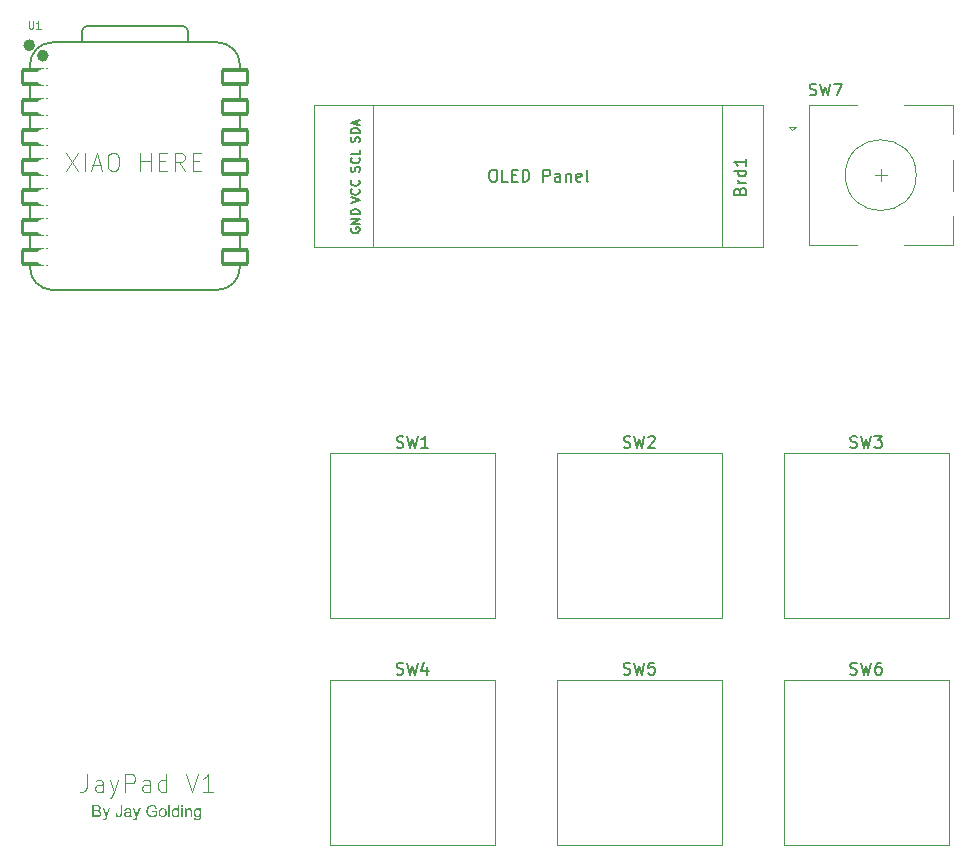
<source format=gto>
%TF.GenerationSoftware,KiCad,Pcbnew,9.0.6*%
%TF.CreationDate,2025-12-23T15:21:00+08:00*%
%TF.ProjectId,jays-hackpad,6a617973-2d68-4616-936b-7061642e6b69,rev?*%
%TF.SameCoordinates,Original*%
%TF.FileFunction,Legend,Top*%
%TF.FilePolarity,Positive*%
%FSLAX46Y46*%
G04 Gerber Fmt 4.6, Leading zero omitted, Abs format (unit mm)*
G04 Created by KiCad (PCBNEW 9.0.6) date 2025-12-23 15:21:00*
%MOMM*%
%LPD*%
G01*
G04 APERTURE LIST*
G04 Aperture macros list*
%AMRoundRect*
0 Rectangle with rounded corners*
0 $1 Rounding radius*
0 $2 $3 $4 $5 $6 $7 $8 $9 X,Y pos of 4 corners*
0 Add a 4 corners polygon primitive as box body*
4,1,4,$2,$3,$4,$5,$6,$7,$8,$9,$2,$3,0*
0 Add four circle primitives for the rounded corners*
1,1,$1+$1,$2,$3*
1,1,$1+$1,$4,$5*
1,1,$1+$1,$6,$7*
1,1,$1+$1,$8,$9*
0 Add four rect primitives between the rounded corners*
20,1,$1+$1,$2,$3,$4,$5,0*
20,1,$1+$1,$4,$5,$6,$7,0*
20,1,$1+$1,$6,$7,$8,$9,0*
20,1,$1+$1,$8,$9,$2,$3,0*%
G04 Aperture macros list end*
%ADD10C,0.100000*%
%ADD11C,0.150000*%
%ADD12C,0.101600*%
%ADD13C,0.120000*%
%ADD14C,0.040000*%
%ADD15C,0.127000*%
%ADD16C,0.504000*%
%ADD17R,2.000000X2.000000*%
%ADD18C,2.000000*%
%ADD19R,3.200000X2.000000*%
%ADD20C,1.700000*%
%ADD21C,4.000000*%
%ADD22C,2.200000*%
%ADD23R,1.700000X1.700000*%
%ADD24O,1.700000X1.700000*%
%ADD25RoundRect,0.152400X1.063600X0.609600X-1.063600X0.609600X-1.063600X-0.609600X1.063600X-0.609600X0*%
%ADD26C,1.524000*%
%ADD27RoundRect,0.152400X-1.063600X-0.609600X1.063600X-0.609600X1.063600X0.609600X-1.063600X0.609600X0*%
G04 APERTURE END LIST*
D10*
G36*
X85854559Y-125729578D02*
G01*
X85914953Y-125740171D01*
X85962203Y-125756081D01*
X86005344Y-125780173D01*
X86041295Y-125811210D01*
X86070830Y-125849748D01*
X86092945Y-125893231D01*
X86105869Y-125937084D01*
X86110153Y-125982006D01*
X86106302Y-126023905D01*
X86094789Y-126064034D01*
X86075287Y-126103028D01*
X86048903Y-126137599D01*
X86014276Y-126168085D01*
X85970141Y-126194619D01*
X86027592Y-126217446D01*
X86073564Y-126247866D01*
X86109848Y-126285905D01*
X86136770Y-126331047D01*
X86153076Y-126381387D01*
X86158696Y-126438312D01*
X86151183Y-126506836D01*
X86128960Y-126569715D01*
X86094793Y-126624769D01*
X86055565Y-126663443D01*
X86007804Y-126691648D01*
X85945900Y-126713208D01*
X85876161Y-126725415D01*
X85784333Y-126730000D01*
X85402459Y-126730000D01*
X85402459Y-126612763D01*
X85535022Y-126612763D01*
X85784333Y-126612763D01*
X85874520Y-126607939D01*
X85917711Y-126596445D01*
X85950968Y-126580340D01*
X85978550Y-126557095D01*
X86001526Y-126524103D01*
X86016233Y-126485071D01*
X86021371Y-126438862D01*
X86018040Y-126402026D01*
X86008420Y-126369537D01*
X85992672Y-126340554D01*
X85971208Y-126315600D01*
X85944918Y-126296138D01*
X85913049Y-126281875D01*
X85856507Y-126269858D01*
X85766564Y-126264961D01*
X85535022Y-126264961D01*
X85535022Y-126612763D01*
X85402459Y-126612763D01*
X85402459Y-126147725D01*
X85535022Y-126147725D01*
X85751543Y-126147725D01*
X85833476Y-126144191D01*
X85877939Y-126136062D01*
X85923196Y-126115300D01*
X85954082Y-126085809D01*
X85972990Y-126047343D01*
X85979727Y-125997759D01*
X85973579Y-125949927D01*
X85955792Y-125909344D01*
X85926930Y-125877259D01*
X85887526Y-125857015D01*
X85835200Y-125847229D01*
X85735179Y-125842909D01*
X85535022Y-125842909D01*
X85535022Y-126147725D01*
X85402459Y-126147725D01*
X85402459Y-125725673D01*
X85778166Y-125725673D01*
X85854559Y-125729578D01*
G37*
G36*
X86319774Y-127008375D02*
G01*
X86306097Y-126894924D01*
X86345360Y-126903355D01*
X86376439Y-126905854D01*
X86414961Y-126902072D01*
X86442018Y-126892116D01*
X86464320Y-126875793D01*
X86482379Y-126853831D01*
X86494794Y-126828291D01*
X86519931Y-126761995D01*
X86530861Y-126731892D01*
X86255539Y-126003133D01*
X86388101Y-126003133D01*
X86539043Y-126421154D01*
X86566647Y-126502032D01*
X86591617Y-126588400D01*
X86614757Y-126508188D01*
X86642175Y-126427322D01*
X86797269Y-126003133D01*
X86920245Y-126003133D01*
X86644251Y-126742761D01*
X86601075Y-126851803D01*
X86575252Y-126906343D01*
X86538604Y-126960378D01*
X86500087Y-126994881D01*
X86470717Y-127010290D01*
X86437335Y-127019783D01*
X86399031Y-127023091D01*
X86362787Y-127019657D01*
X86319774Y-127008375D01*
G37*
G36*
X87361653Y-126445457D02*
G01*
X87481210Y-126429092D01*
X87489548Y-126505223D01*
X87504665Y-126555059D01*
X87524197Y-126586079D01*
X87552246Y-126609151D01*
X87586901Y-126623345D01*
X87630137Y-126628394D01*
X87677413Y-126622433D01*
X87716172Y-126605436D01*
X87746840Y-126578270D01*
X87766058Y-126543154D01*
X87775641Y-126497861D01*
X87779736Y-126417430D01*
X87779736Y-125725673D01*
X87912238Y-125725673D01*
X87912238Y-126409064D01*
X87908208Y-126493176D01*
X87897498Y-126556803D01*
X87881830Y-126604031D01*
X87857487Y-126646596D01*
X87825616Y-126681429D01*
X87785476Y-126709361D01*
X87740247Y-126729101D01*
X87689075Y-126741355D01*
X87630809Y-126745631D01*
X87565318Y-126740334D01*
X87511161Y-126725500D01*
X87466226Y-126702076D01*
X87428942Y-126670099D01*
X87400130Y-126630663D01*
X87378791Y-126581591D01*
X87365497Y-126520748D01*
X87361653Y-126445457D01*
G37*
G36*
X88508017Y-125993549D02*
G01*
X88570778Y-126009300D01*
X88623198Y-126035239D01*
X88656140Y-126064132D01*
X88678942Y-126100549D01*
X88694426Y-126147602D01*
X88698677Y-126185214D01*
X88700593Y-126260687D01*
X88700593Y-126424269D01*
X88703195Y-126580116D01*
X88708408Y-126641523D01*
X88720061Y-126686562D01*
X88739488Y-126730000D01*
X88611078Y-126730000D01*
X88595663Y-126689389D01*
X88586470Y-126640118D01*
X88517065Y-126690971D01*
X88455006Y-126721817D01*
X88390079Y-126739576D01*
X88319391Y-126745631D01*
X88259308Y-126741442D01*
X88209827Y-126729785D01*
X88169085Y-126711608D01*
X88135598Y-126687257D01*
X88107472Y-126655945D01*
X88087659Y-126621161D01*
X88075595Y-126582186D01*
X88071423Y-126537964D01*
X88071862Y-126534300D01*
X88202581Y-126534300D01*
X88206751Y-126565111D01*
X88218958Y-126591819D01*
X88239767Y-126615511D01*
X88266481Y-126632639D01*
X88301951Y-126643806D01*
X88348761Y-126647934D01*
X88395321Y-126644333D01*
X88437185Y-126633894D01*
X88475157Y-126616854D01*
X88509218Y-126593288D01*
X88536054Y-126565293D01*
X88556428Y-126532468D01*
X88570493Y-126486088D01*
X88576212Y-126411079D01*
X88576212Y-126366566D01*
X88500519Y-126389722D01*
X88375383Y-126412545D01*
X88305310Y-126425284D01*
X88268100Y-126436908D01*
X88240003Y-126453810D01*
X88219617Y-126476475D01*
X88206865Y-126503855D01*
X88202581Y-126534300D01*
X88071862Y-126534300D01*
X88077570Y-126486678D01*
X88095664Y-126440694D01*
X88123890Y-126400719D01*
X88159167Y-126369986D01*
X88200568Y-126346742D01*
X88247644Y-126329685D01*
X88356943Y-126311245D01*
X88495725Y-126289888D01*
X88576212Y-126268869D01*
X88576945Y-126236751D01*
X88572314Y-126187858D01*
X88560197Y-126153884D01*
X88542079Y-126130811D01*
X88508181Y-126108832D01*
X88462678Y-126094446D01*
X88402067Y-126089106D01*
X88344653Y-126093145D01*
X88303230Y-126103742D01*
X88273961Y-126119270D01*
X88250450Y-126142333D01*
X88229903Y-126176754D01*
X88212840Y-126225882D01*
X88092611Y-126210251D01*
X88106654Y-126160109D01*
X88124783Y-126119138D01*
X88146589Y-126085931D01*
X88174219Y-126057735D01*
X88209918Y-126033414D01*
X88255155Y-126013086D01*
X88329615Y-125994252D01*
X88419836Y-125987501D01*
X88508017Y-125993549D01*
G37*
G36*
X88885301Y-127008375D02*
G01*
X88871624Y-126894924D01*
X88910887Y-126903355D01*
X88941966Y-126905854D01*
X88980488Y-126902072D01*
X89007545Y-126892116D01*
X89029847Y-126875793D01*
X89047906Y-126853831D01*
X89060321Y-126828291D01*
X89085458Y-126761995D01*
X89096388Y-126731892D01*
X88821065Y-126003133D01*
X88953628Y-126003133D01*
X89104570Y-126421154D01*
X89132174Y-126502032D01*
X89157144Y-126588400D01*
X89180284Y-126508188D01*
X89207702Y-126427322D01*
X89362796Y-126003133D01*
X89485772Y-126003133D01*
X89209778Y-126742761D01*
X89166601Y-126851803D01*
X89140779Y-126906343D01*
X89104131Y-126960378D01*
X89065614Y-126994881D01*
X89036244Y-127010290D01*
X89002862Y-127019783D01*
X88964558Y-127023091D01*
X88928314Y-127019657D01*
X88885301Y-127008375D01*
G37*
G36*
X90463415Y-126335303D02*
G01*
X90463415Y-126218066D01*
X90887665Y-126218066D01*
X90887665Y-126589316D01*
X90820499Y-126637807D01*
X90753407Y-126676608D01*
X90686104Y-126706430D01*
X90616039Y-126728271D01*
X90545166Y-126741286D01*
X90473002Y-126745631D01*
X90376196Y-126738392D01*
X90287260Y-126717230D01*
X90204823Y-126682433D01*
X90147818Y-126647002D01*
X90098907Y-126605017D01*
X90057365Y-126556148D01*
X90022801Y-126499740D01*
X89989005Y-126418059D01*
X89968384Y-126329473D01*
X89961313Y-126232599D01*
X89968214Y-126136560D01*
X89988599Y-126045957D01*
X90022435Y-125959719D01*
X90057146Y-125899304D01*
X90097865Y-125848404D01*
X90144761Y-125806020D01*
X90198351Y-125771530D01*
X90277001Y-125737939D01*
X90364561Y-125717222D01*
X90462744Y-125710041D01*
X90534475Y-125714176D01*
X90599647Y-125726147D01*
X90659115Y-125745518D01*
X90714900Y-125773110D01*
X90760342Y-125806041D01*
X90796807Y-125844314D01*
X90826180Y-125888599D01*
X90851612Y-125943078D01*
X90872644Y-126009483D01*
X90753087Y-126042273D01*
X90726431Y-125971425D01*
X90697034Y-125922777D01*
X90672465Y-125896610D01*
X90640974Y-125873451D01*
X90601413Y-125853351D01*
X90536835Y-125833987D01*
X90463415Y-125827278D01*
X90403287Y-125830605D01*
X90351297Y-125840022D01*
X90306306Y-125854877D01*
X90245330Y-125887593D01*
X90199389Y-125927479D01*
X90163159Y-125974918D01*
X90136252Y-126026336D01*
X90115173Y-126089179D01*
X90102340Y-126155994D01*
X90097967Y-126227470D01*
X90103614Y-126315681D01*
X90119400Y-126389447D01*
X90144068Y-126451135D01*
X90179806Y-126506404D01*
X90224254Y-126550580D01*
X90278279Y-126584797D01*
X90338315Y-126609033D01*
X90400481Y-126623521D01*
X90465491Y-126628394D01*
X90522210Y-126624701D01*
X90578057Y-126613611D01*
X90633469Y-126594933D01*
X90709189Y-126558255D01*
X90757850Y-126523553D01*
X90757850Y-126335303D01*
X90463415Y-126335303D01*
G37*
G36*
X91435139Y-125993973D02*
G01*
X91499256Y-126012590D01*
X91555935Y-126042909D01*
X91606411Y-126085504D01*
X91646647Y-126137062D01*
X91676138Y-126198052D01*
X91694750Y-126270327D01*
X91701360Y-126356308D01*
X91695927Y-126449290D01*
X91681279Y-126521368D01*
X91659351Y-126576615D01*
X91627056Y-126626165D01*
X91586557Y-126667467D01*
X91537046Y-126701240D01*
X91482115Y-126725834D01*
X91424008Y-126740619D01*
X91361863Y-126745631D01*
X91287075Y-126739120D01*
X91222249Y-126720471D01*
X91165536Y-126690253D01*
X91115605Y-126647995D01*
X91076297Y-126596741D01*
X91047088Y-126534385D01*
X91028402Y-126458636D01*
X91021693Y-126366566D01*
X91021716Y-126366200D01*
X91148028Y-126366200D01*
X91152545Y-126436915D01*
X91164940Y-126493634D01*
X91183919Y-126538897D01*
X91208845Y-126574783D01*
X91241604Y-126605371D01*
X91277503Y-126626713D01*
X91317238Y-126639598D01*
X91361863Y-126644026D01*
X91406110Y-126639592D01*
X91445616Y-126626668D01*
X91481421Y-126605221D01*
X91514209Y-126574417D01*
X91539029Y-126538417D01*
X91558017Y-126492597D01*
X91570472Y-126434731D01*
X91575026Y-126362109D01*
X91570546Y-126294117D01*
X91558178Y-126238955D01*
X91539100Y-126194338D01*
X91513843Y-126158410D01*
X91480920Y-126127709D01*
X91445119Y-126106356D01*
X91405771Y-126093508D01*
X91361863Y-126089106D01*
X91317220Y-126093518D01*
X91277478Y-126106354D01*
X91241585Y-126127605D01*
X91208845Y-126158044D01*
X91183930Y-126193756D01*
X91164952Y-126238878D01*
X91152550Y-126295504D01*
X91148028Y-126366200D01*
X91021716Y-126366200D01*
X91026922Y-126284388D01*
X91041571Y-126215370D01*
X91064503Y-126157404D01*
X91095189Y-126108746D01*
X91133740Y-126068101D01*
X91182638Y-126033095D01*
X91236294Y-126008096D01*
X91295633Y-125992786D01*
X91361863Y-125987501D01*
X91435139Y-125993973D01*
G37*
G36*
X91842411Y-126730000D02*
G01*
X91842411Y-125725673D01*
X91965326Y-125725673D01*
X91965326Y-126730000D01*
X91842411Y-126730000D01*
G37*
G36*
X92740553Y-126730000D02*
G01*
X92626491Y-126730000D01*
X92626491Y-126637187D01*
X92587588Y-126684962D01*
X92541830Y-126718217D01*
X92487930Y-126738515D01*
X92423586Y-126745631D01*
X92367160Y-126740293D01*
X92314300Y-126724460D01*
X92264035Y-126697821D01*
X92219643Y-126662176D01*
X92182180Y-126618027D01*
X92151317Y-126564281D01*
X92129583Y-126505874D01*
X92116080Y-126440581D01*
X92111383Y-126367238D01*
X92111401Y-126366933D01*
X92237779Y-126366933D01*
X92242167Y-126437786D01*
X92254186Y-126494458D01*
X92272532Y-126539520D01*
X92296519Y-126575088D01*
X92339306Y-126614268D01*
X92384975Y-126636591D01*
X92435188Y-126644026D01*
X92485956Y-126636794D01*
X92531035Y-126615344D01*
X92572147Y-126578203D01*
X92595099Y-126544214D01*
X92612704Y-126500866D01*
X92624272Y-126446029D01*
X92628506Y-126377130D01*
X92624106Y-126300796D01*
X92612176Y-126240918D01*
X92594219Y-126194417D01*
X92571109Y-126158715D01*
X92539931Y-126127579D01*
X92506442Y-126106185D01*
X92470038Y-126093444D01*
X92429754Y-126089106D01*
X92390376Y-126093303D01*
X92354993Y-126105595D01*
X92322645Y-126126171D01*
X92292733Y-126156029D01*
X92270647Y-126190298D01*
X92253451Y-126235099D01*
X92242006Y-126292968D01*
X92237779Y-126366933D01*
X92111401Y-126366933D01*
X92115589Y-126295577D01*
X92127793Y-126230194D01*
X92147592Y-126170256D01*
X92176407Y-126114859D01*
X92212507Y-126070112D01*
X92256219Y-126034640D01*
X92306250Y-126008509D01*
X92359859Y-125992831D01*
X92418091Y-125987501D01*
X92480948Y-125994607D01*
X92534900Y-126015101D01*
X92581663Y-126047152D01*
X92618248Y-126087030D01*
X92618248Y-125725673D01*
X92740553Y-125725673D01*
X92740553Y-126730000D01*
G37*
G36*
X92934176Y-125862449D02*
G01*
X92934176Y-125725673D01*
X93057091Y-125725673D01*
X93057091Y-125862449D01*
X92934176Y-125862449D01*
G37*
G36*
X92934176Y-126730000D02*
G01*
X92934176Y-126003133D01*
X93057091Y-126003133D01*
X93057091Y-126730000D01*
X92934176Y-126730000D01*
G37*
G36*
X93244120Y-126730000D02*
G01*
X93244120Y-126003133D01*
X93354823Y-126003133D01*
X93354823Y-126106264D01*
X93389955Y-126063187D01*
X93429818Y-126030461D01*
X93474976Y-126007022D01*
X93526463Y-125992551D01*
X93585694Y-125987501D01*
X93649295Y-125993543D01*
X93706228Y-126011132D01*
X93755573Y-126039335D01*
X93788538Y-126072986D01*
X93811470Y-126114110D01*
X93826823Y-126163906D01*
X93831556Y-126204494D01*
X93833661Y-126283524D01*
X93833661Y-126730000D01*
X93710685Y-126730000D01*
X93710685Y-126287554D01*
X93706473Y-126217076D01*
X93696336Y-126174897D01*
X93676644Y-126141565D01*
X93645411Y-126115301D01*
X93606480Y-126098781D01*
X93559743Y-126093014D01*
X93509235Y-126098691D01*
X93464491Y-126115267D01*
X93424127Y-126143023D01*
X93401613Y-126169652D01*
X93383831Y-126207702D01*
X93371696Y-126260619D01*
X93367096Y-126332739D01*
X93367096Y-126730000D01*
X93244120Y-126730000D01*
G37*
G36*
X94350549Y-125994148D02*
G01*
X94405429Y-126013559D01*
X94455153Y-126045982D01*
X94500689Y-126093014D01*
X94500689Y-126003133D01*
X94614078Y-126003133D01*
X94614078Y-126630287D01*
X94609127Y-126744468D01*
X94596643Y-126821250D01*
X94579579Y-126870378D01*
X94552420Y-126913808D01*
X94516360Y-126950865D01*
X94470280Y-126982058D01*
X94418856Y-127004124D01*
X94358109Y-127018117D01*
X94286182Y-127023091D01*
X94221025Y-127018938D01*
X94165272Y-127007206D01*
X94117477Y-126988676D01*
X94076439Y-126963679D01*
X94042292Y-126931025D01*
X94018144Y-126891430D01*
X94003526Y-126843407D01*
X93999258Y-126784710D01*
X94118815Y-126800341D01*
X94127442Y-126837661D01*
X94141475Y-126865327D01*
X94160458Y-126885460D01*
X94192858Y-126904682D01*
X94233792Y-126917009D01*
X94285511Y-126921486D01*
X94341631Y-126917200D01*
X94384637Y-126905617D01*
X94417341Y-126888025D01*
X94444733Y-126863073D01*
X94465614Y-126832243D01*
X94480233Y-126794480D01*
X94486551Y-126747765D01*
X94489087Y-126640118D01*
X94445769Y-126679843D01*
X94398526Y-126707553D01*
X94346466Y-126724265D01*
X94288258Y-126730000D01*
X94215462Y-126722794D01*
X94153994Y-126702281D01*
X94101534Y-126669002D01*
X94056594Y-126621983D01*
X94021172Y-126566106D01*
X93995702Y-126504963D01*
X93980052Y-126437603D01*
X93974651Y-126362841D01*
X93975207Y-126353988D01*
X94101046Y-126353988D01*
X94105394Y-126427283D01*
X94117168Y-126484550D01*
X94134884Y-126528842D01*
X94157711Y-126562693D01*
X94199145Y-126599481D01*
X94245868Y-126621035D01*
X94299799Y-126628394D01*
X94353375Y-126621100D01*
X94400120Y-126599681D01*
X94441887Y-126563060D01*
X94465137Y-126529271D01*
X94483068Y-126485505D01*
X94494923Y-126429397D01*
X94499284Y-126358079D01*
X94494924Y-126290422D01*
X94482922Y-126235826D01*
X94464480Y-126191951D01*
X94440177Y-126156884D01*
X94397215Y-126118629D01*
X94350334Y-126096543D01*
X94297784Y-126089106D01*
X94246113Y-126096442D01*
X94200228Y-126118197D01*
X94158382Y-126155846D01*
X94134836Y-126190346D01*
X94116941Y-126233543D01*
X94105283Y-126287323D01*
X94101046Y-126353988D01*
X93975207Y-126353988D01*
X93978951Y-126294347D01*
X93991546Y-126230675D01*
X94012203Y-126171111D01*
X94041706Y-126115951D01*
X94077948Y-126071135D01*
X94121196Y-126035373D01*
X94170716Y-126009116D01*
X94226164Y-125993060D01*
X94288930Y-125987501D01*
X94350549Y-125994148D01*
G37*
X83180074Y-70511228D02*
X84180074Y-72011228D01*
X84180074Y-70511228D02*
X83180074Y-72011228D01*
X84751502Y-72011228D02*
X84751502Y-70511228D01*
X85394360Y-71582657D02*
X86108646Y-71582657D01*
X85251503Y-72011228D02*
X85751503Y-70511228D01*
X85751503Y-70511228D02*
X86251503Y-72011228D01*
X87037217Y-70511228D02*
X87322931Y-70511228D01*
X87322931Y-70511228D02*
X87465788Y-70582657D01*
X87465788Y-70582657D02*
X87608645Y-70725514D01*
X87608645Y-70725514D02*
X87680074Y-71011228D01*
X87680074Y-71011228D02*
X87680074Y-71511228D01*
X87680074Y-71511228D02*
X87608645Y-71796942D01*
X87608645Y-71796942D02*
X87465788Y-71939800D01*
X87465788Y-71939800D02*
X87322931Y-72011228D01*
X87322931Y-72011228D02*
X87037217Y-72011228D01*
X87037217Y-72011228D02*
X86894360Y-71939800D01*
X86894360Y-71939800D02*
X86751502Y-71796942D01*
X86751502Y-71796942D02*
X86680074Y-71511228D01*
X86680074Y-71511228D02*
X86680074Y-71011228D01*
X86680074Y-71011228D02*
X86751502Y-70725514D01*
X86751502Y-70725514D02*
X86894360Y-70582657D01*
X86894360Y-70582657D02*
X87037217Y-70511228D01*
X89465788Y-72011228D02*
X89465788Y-70511228D01*
X89465788Y-71225514D02*
X90322931Y-71225514D01*
X90322931Y-72011228D02*
X90322931Y-70511228D01*
X91037217Y-71225514D02*
X91537217Y-71225514D01*
X91751503Y-72011228D02*
X91037217Y-72011228D01*
X91037217Y-72011228D02*
X91037217Y-70511228D01*
X91037217Y-70511228D02*
X91751503Y-70511228D01*
X93251503Y-72011228D02*
X92751503Y-71296942D01*
X92394360Y-72011228D02*
X92394360Y-70511228D01*
X92394360Y-70511228D02*
X92965789Y-70511228D01*
X92965789Y-70511228D02*
X93108646Y-70582657D01*
X93108646Y-70582657D02*
X93180075Y-70654085D01*
X93180075Y-70654085D02*
X93251503Y-70796942D01*
X93251503Y-70796942D02*
X93251503Y-71011228D01*
X93251503Y-71011228D02*
X93180075Y-71154085D01*
X93180075Y-71154085D02*
X93108646Y-71225514D01*
X93108646Y-71225514D02*
X92965789Y-71296942D01*
X92965789Y-71296942D02*
X92394360Y-71296942D01*
X93894360Y-71225514D02*
X94394360Y-71225514D01*
X94608646Y-72011228D02*
X93894360Y-72011228D01*
X93894360Y-72011228D02*
X93894360Y-70511228D01*
X93894360Y-70511228D02*
X94608646Y-70511228D01*
X84951503Y-123111228D02*
X84951503Y-124182657D01*
X84951503Y-124182657D02*
X84880074Y-124396942D01*
X84880074Y-124396942D02*
X84737217Y-124539800D01*
X84737217Y-124539800D02*
X84522931Y-124611228D01*
X84522931Y-124611228D02*
X84380074Y-124611228D01*
X86308646Y-124611228D02*
X86308646Y-123825514D01*
X86308646Y-123825514D02*
X86237217Y-123682657D01*
X86237217Y-123682657D02*
X86094360Y-123611228D01*
X86094360Y-123611228D02*
X85808646Y-123611228D01*
X85808646Y-123611228D02*
X85665788Y-123682657D01*
X86308646Y-124539800D02*
X86165788Y-124611228D01*
X86165788Y-124611228D02*
X85808646Y-124611228D01*
X85808646Y-124611228D02*
X85665788Y-124539800D01*
X85665788Y-124539800D02*
X85594360Y-124396942D01*
X85594360Y-124396942D02*
X85594360Y-124254085D01*
X85594360Y-124254085D02*
X85665788Y-124111228D01*
X85665788Y-124111228D02*
X85808646Y-124039800D01*
X85808646Y-124039800D02*
X86165788Y-124039800D01*
X86165788Y-124039800D02*
X86308646Y-123968371D01*
X86880074Y-123611228D02*
X87237217Y-124611228D01*
X87594360Y-123611228D02*
X87237217Y-124611228D01*
X87237217Y-124611228D02*
X87094360Y-124968371D01*
X87094360Y-124968371D02*
X87022931Y-125039800D01*
X87022931Y-125039800D02*
X86880074Y-125111228D01*
X88165788Y-124611228D02*
X88165788Y-123111228D01*
X88165788Y-123111228D02*
X88737217Y-123111228D01*
X88737217Y-123111228D02*
X88880074Y-123182657D01*
X88880074Y-123182657D02*
X88951503Y-123254085D01*
X88951503Y-123254085D02*
X89022931Y-123396942D01*
X89022931Y-123396942D02*
X89022931Y-123611228D01*
X89022931Y-123611228D02*
X88951503Y-123754085D01*
X88951503Y-123754085D02*
X88880074Y-123825514D01*
X88880074Y-123825514D02*
X88737217Y-123896942D01*
X88737217Y-123896942D02*
X88165788Y-123896942D01*
X90308646Y-124611228D02*
X90308646Y-123825514D01*
X90308646Y-123825514D02*
X90237217Y-123682657D01*
X90237217Y-123682657D02*
X90094360Y-123611228D01*
X90094360Y-123611228D02*
X89808646Y-123611228D01*
X89808646Y-123611228D02*
X89665788Y-123682657D01*
X90308646Y-124539800D02*
X90165788Y-124611228D01*
X90165788Y-124611228D02*
X89808646Y-124611228D01*
X89808646Y-124611228D02*
X89665788Y-124539800D01*
X89665788Y-124539800D02*
X89594360Y-124396942D01*
X89594360Y-124396942D02*
X89594360Y-124254085D01*
X89594360Y-124254085D02*
X89665788Y-124111228D01*
X89665788Y-124111228D02*
X89808646Y-124039800D01*
X89808646Y-124039800D02*
X90165788Y-124039800D01*
X90165788Y-124039800D02*
X90308646Y-123968371D01*
X91665789Y-124611228D02*
X91665789Y-123111228D01*
X91665789Y-124539800D02*
X91522931Y-124611228D01*
X91522931Y-124611228D02*
X91237217Y-124611228D01*
X91237217Y-124611228D02*
X91094360Y-124539800D01*
X91094360Y-124539800D02*
X91022931Y-124468371D01*
X91022931Y-124468371D02*
X90951503Y-124325514D01*
X90951503Y-124325514D02*
X90951503Y-123896942D01*
X90951503Y-123896942D02*
X91022931Y-123754085D01*
X91022931Y-123754085D02*
X91094360Y-123682657D01*
X91094360Y-123682657D02*
X91237217Y-123611228D01*
X91237217Y-123611228D02*
X91522931Y-123611228D01*
X91522931Y-123611228D02*
X91665789Y-123682657D01*
X93308646Y-123111228D02*
X93808646Y-124611228D01*
X93808646Y-124611228D02*
X94308646Y-123111228D01*
X95594360Y-124611228D02*
X94737217Y-124611228D01*
X95165788Y-124611228D02*
X95165788Y-123111228D01*
X95165788Y-123111228D02*
X95022931Y-123325514D01*
X95022931Y-123325514D02*
X94880074Y-123468371D01*
X94880074Y-123468371D02*
X94737217Y-123539800D01*
D11*
X146116667Y-65607200D02*
X146259524Y-65654819D01*
X146259524Y-65654819D02*
X146497619Y-65654819D01*
X146497619Y-65654819D02*
X146592857Y-65607200D01*
X146592857Y-65607200D02*
X146640476Y-65559580D01*
X146640476Y-65559580D02*
X146688095Y-65464342D01*
X146688095Y-65464342D02*
X146688095Y-65369104D01*
X146688095Y-65369104D02*
X146640476Y-65273866D01*
X146640476Y-65273866D02*
X146592857Y-65226247D01*
X146592857Y-65226247D02*
X146497619Y-65178628D01*
X146497619Y-65178628D02*
X146307143Y-65131009D01*
X146307143Y-65131009D02*
X146211905Y-65083390D01*
X146211905Y-65083390D02*
X146164286Y-65035771D01*
X146164286Y-65035771D02*
X146116667Y-64940533D01*
X146116667Y-64940533D02*
X146116667Y-64845295D01*
X146116667Y-64845295D02*
X146164286Y-64750057D01*
X146164286Y-64750057D02*
X146211905Y-64702438D01*
X146211905Y-64702438D02*
X146307143Y-64654819D01*
X146307143Y-64654819D02*
X146545238Y-64654819D01*
X146545238Y-64654819D02*
X146688095Y-64702438D01*
X147021429Y-64654819D02*
X147259524Y-65654819D01*
X147259524Y-65654819D02*
X147450000Y-64940533D01*
X147450000Y-64940533D02*
X147640476Y-65654819D01*
X147640476Y-65654819D02*
X147878572Y-64654819D01*
X148164286Y-64654819D02*
X148830952Y-64654819D01*
X148830952Y-64654819D02*
X148402381Y-65654819D01*
X130366667Y-114633200D02*
X130509524Y-114680819D01*
X130509524Y-114680819D02*
X130747619Y-114680819D01*
X130747619Y-114680819D02*
X130842857Y-114633200D01*
X130842857Y-114633200D02*
X130890476Y-114585580D01*
X130890476Y-114585580D02*
X130938095Y-114490342D01*
X130938095Y-114490342D02*
X130938095Y-114395104D01*
X130938095Y-114395104D02*
X130890476Y-114299866D01*
X130890476Y-114299866D02*
X130842857Y-114252247D01*
X130842857Y-114252247D02*
X130747619Y-114204628D01*
X130747619Y-114204628D02*
X130557143Y-114157009D01*
X130557143Y-114157009D02*
X130461905Y-114109390D01*
X130461905Y-114109390D02*
X130414286Y-114061771D01*
X130414286Y-114061771D02*
X130366667Y-113966533D01*
X130366667Y-113966533D02*
X130366667Y-113871295D01*
X130366667Y-113871295D02*
X130414286Y-113776057D01*
X130414286Y-113776057D02*
X130461905Y-113728438D01*
X130461905Y-113728438D02*
X130557143Y-113680819D01*
X130557143Y-113680819D02*
X130795238Y-113680819D01*
X130795238Y-113680819D02*
X130938095Y-113728438D01*
X131271429Y-113680819D02*
X131509524Y-114680819D01*
X131509524Y-114680819D02*
X131700000Y-113966533D01*
X131700000Y-113966533D02*
X131890476Y-114680819D01*
X131890476Y-114680819D02*
X132128572Y-113680819D01*
X132985714Y-113680819D02*
X132509524Y-113680819D01*
X132509524Y-113680819D02*
X132461905Y-114157009D01*
X132461905Y-114157009D02*
X132509524Y-114109390D01*
X132509524Y-114109390D02*
X132604762Y-114061771D01*
X132604762Y-114061771D02*
X132842857Y-114061771D01*
X132842857Y-114061771D02*
X132938095Y-114109390D01*
X132938095Y-114109390D02*
X132985714Y-114157009D01*
X132985714Y-114157009D02*
X133033333Y-114252247D01*
X133033333Y-114252247D02*
X133033333Y-114490342D01*
X133033333Y-114490342D02*
X132985714Y-114585580D01*
X132985714Y-114585580D02*
X132938095Y-114633200D01*
X132938095Y-114633200D02*
X132842857Y-114680819D01*
X132842857Y-114680819D02*
X132604762Y-114680819D01*
X132604762Y-114680819D02*
X132509524Y-114633200D01*
X132509524Y-114633200D02*
X132461905Y-114585580D01*
X140216009Y-73741666D02*
X140263628Y-73598809D01*
X140263628Y-73598809D02*
X140311247Y-73551190D01*
X140311247Y-73551190D02*
X140406485Y-73503571D01*
X140406485Y-73503571D02*
X140549342Y-73503571D01*
X140549342Y-73503571D02*
X140644580Y-73551190D01*
X140644580Y-73551190D02*
X140692200Y-73598809D01*
X140692200Y-73598809D02*
X140739819Y-73694047D01*
X140739819Y-73694047D02*
X140739819Y-74074999D01*
X140739819Y-74074999D02*
X139739819Y-74074999D01*
X139739819Y-74074999D02*
X139739819Y-73741666D01*
X139739819Y-73741666D02*
X139787438Y-73646428D01*
X139787438Y-73646428D02*
X139835057Y-73598809D01*
X139835057Y-73598809D02*
X139930295Y-73551190D01*
X139930295Y-73551190D02*
X140025533Y-73551190D01*
X140025533Y-73551190D02*
X140120771Y-73598809D01*
X140120771Y-73598809D02*
X140168390Y-73646428D01*
X140168390Y-73646428D02*
X140216009Y-73741666D01*
X140216009Y-73741666D02*
X140216009Y-74074999D01*
X140739819Y-73074999D02*
X140073152Y-73074999D01*
X140263628Y-73074999D02*
X140168390Y-73027380D01*
X140168390Y-73027380D02*
X140120771Y-72979761D01*
X140120771Y-72979761D02*
X140073152Y-72884523D01*
X140073152Y-72884523D02*
X140073152Y-72789285D01*
X140739819Y-72027380D02*
X139739819Y-72027380D01*
X140692200Y-72027380D02*
X140739819Y-72122618D01*
X140739819Y-72122618D02*
X140739819Y-72313094D01*
X140739819Y-72313094D02*
X140692200Y-72408332D01*
X140692200Y-72408332D02*
X140644580Y-72455951D01*
X140644580Y-72455951D02*
X140549342Y-72503570D01*
X140549342Y-72503570D02*
X140263628Y-72503570D01*
X140263628Y-72503570D02*
X140168390Y-72455951D01*
X140168390Y-72455951D02*
X140120771Y-72408332D01*
X140120771Y-72408332D02*
X140073152Y-72313094D01*
X140073152Y-72313094D02*
X140073152Y-72122618D01*
X140073152Y-72122618D02*
X140120771Y-72027380D01*
X140739819Y-71027380D02*
X140739819Y-71598808D01*
X140739819Y-71313094D02*
X139739819Y-71313094D01*
X139739819Y-71313094D02*
X139882676Y-71408332D01*
X139882676Y-71408332D02*
X139977914Y-71503570D01*
X139977914Y-71503570D02*
X140025533Y-71598808D01*
X107988450Y-69585713D02*
X108024164Y-69478571D01*
X108024164Y-69478571D02*
X108024164Y-69299999D01*
X108024164Y-69299999D02*
X107988450Y-69228571D01*
X107988450Y-69228571D02*
X107952735Y-69192856D01*
X107952735Y-69192856D02*
X107881307Y-69157142D01*
X107881307Y-69157142D02*
X107809878Y-69157142D01*
X107809878Y-69157142D02*
X107738450Y-69192856D01*
X107738450Y-69192856D02*
X107702735Y-69228571D01*
X107702735Y-69228571D02*
X107667021Y-69299999D01*
X107667021Y-69299999D02*
X107631307Y-69442856D01*
X107631307Y-69442856D02*
X107595592Y-69514285D01*
X107595592Y-69514285D02*
X107559878Y-69549999D01*
X107559878Y-69549999D02*
X107488450Y-69585713D01*
X107488450Y-69585713D02*
X107417021Y-69585713D01*
X107417021Y-69585713D02*
X107345592Y-69549999D01*
X107345592Y-69549999D02*
X107309878Y-69514285D01*
X107309878Y-69514285D02*
X107274164Y-69442856D01*
X107274164Y-69442856D02*
X107274164Y-69264285D01*
X107274164Y-69264285D02*
X107309878Y-69157142D01*
X108024164Y-68835713D02*
X107274164Y-68835713D01*
X107274164Y-68835713D02*
X107274164Y-68657142D01*
X107274164Y-68657142D02*
X107309878Y-68549999D01*
X107309878Y-68549999D02*
X107381307Y-68478570D01*
X107381307Y-68478570D02*
X107452735Y-68442856D01*
X107452735Y-68442856D02*
X107595592Y-68407142D01*
X107595592Y-68407142D02*
X107702735Y-68407142D01*
X107702735Y-68407142D02*
X107845592Y-68442856D01*
X107845592Y-68442856D02*
X107917021Y-68478570D01*
X107917021Y-68478570D02*
X107988450Y-68549999D01*
X107988450Y-68549999D02*
X108024164Y-68657142D01*
X108024164Y-68657142D02*
X108024164Y-68835713D01*
X107809878Y-68121427D02*
X107809878Y-67764285D01*
X108024164Y-68192856D02*
X107274164Y-67942856D01*
X107274164Y-67942856D02*
X108024164Y-67692856D01*
X119256428Y-71939819D02*
X119446904Y-71939819D01*
X119446904Y-71939819D02*
X119542142Y-71987438D01*
X119542142Y-71987438D02*
X119637380Y-72082676D01*
X119637380Y-72082676D02*
X119684999Y-72273152D01*
X119684999Y-72273152D02*
X119684999Y-72606485D01*
X119684999Y-72606485D02*
X119637380Y-72796961D01*
X119637380Y-72796961D02*
X119542142Y-72892200D01*
X119542142Y-72892200D02*
X119446904Y-72939819D01*
X119446904Y-72939819D02*
X119256428Y-72939819D01*
X119256428Y-72939819D02*
X119161190Y-72892200D01*
X119161190Y-72892200D02*
X119065952Y-72796961D01*
X119065952Y-72796961D02*
X119018333Y-72606485D01*
X119018333Y-72606485D02*
X119018333Y-72273152D01*
X119018333Y-72273152D02*
X119065952Y-72082676D01*
X119065952Y-72082676D02*
X119161190Y-71987438D01*
X119161190Y-71987438D02*
X119256428Y-71939819D01*
X120589761Y-72939819D02*
X120113571Y-72939819D01*
X120113571Y-72939819D02*
X120113571Y-71939819D01*
X120923095Y-72416009D02*
X121256428Y-72416009D01*
X121399285Y-72939819D02*
X120923095Y-72939819D01*
X120923095Y-72939819D02*
X120923095Y-71939819D01*
X120923095Y-71939819D02*
X121399285Y-71939819D01*
X121827857Y-72939819D02*
X121827857Y-71939819D01*
X121827857Y-71939819D02*
X122065952Y-71939819D01*
X122065952Y-71939819D02*
X122208809Y-71987438D01*
X122208809Y-71987438D02*
X122304047Y-72082676D01*
X122304047Y-72082676D02*
X122351666Y-72177914D01*
X122351666Y-72177914D02*
X122399285Y-72368390D01*
X122399285Y-72368390D02*
X122399285Y-72511247D01*
X122399285Y-72511247D02*
X122351666Y-72701723D01*
X122351666Y-72701723D02*
X122304047Y-72796961D01*
X122304047Y-72796961D02*
X122208809Y-72892200D01*
X122208809Y-72892200D02*
X122065952Y-72939819D01*
X122065952Y-72939819D02*
X121827857Y-72939819D01*
X123589762Y-72939819D02*
X123589762Y-71939819D01*
X123589762Y-71939819D02*
X123970714Y-71939819D01*
X123970714Y-71939819D02*
X124065952Y-71987438D01*
X124065952Y-71987438D02*
X124113571Y-72035057D01*
X124113571Y-72035057D02*
X124161190Y-72130295D01*
X124161190Y-72130295D02*
X124161190Y-72273152D01*
X124161190Y-72273152D02*
X124113571Y-72368390D01*
X124113571Y-72368390D02*
X124065952Y-72416009D01*
X124065952Y-72416009D02*
X123970714Y-72463628D01*
X123970714Y-72463628D02*
X123589762Y-72463628D01*
X125018333Y-72939819D02*
X125018333Y-72416009D01*
X125018333Y-72416009D02*
X124970714Y-72320771D01*
X124970714Y-72320771D02*
X124875476Y-72273152D01*
X124875476Y-72273152D02*
X124685000Y-72273152D01*
X124685000Y-72273152D02*
X124589762Y-72320771D01*
X125018333Y-72892200D02*
X124923095Y-72939819D01*
X124923095Y-72939819D02*
X124685000Y-72939819D01*
X124685000Y-72939819D02*
X124589762Y-72892200D01*
X124589762Y-72892200D02*
X124542143Y-72796961D01*
X124542143Y-72796961D02*
X124542143Y-72701723D01*
X124542143Y-72701723D02*
X124589762Y-72606485D01*
X124589762Y-72606485D02*
X124685000Y-72558866D01*
X124685000Y-72558866D02*
X124923095Y-72558866D01*
X124923095Y-72558866D02*
X125018333Y-72511247D01*
X125494524Y-72273152D02*
X125494524Y-72939819D01*
X125494524Y-72368390D02*
X125542143Y-72320771D01*
X125542143Y-72320771D02*
X125637381Y-72273152D01*
X125637381Y-72273152D02*
X125780238Y-72273152D01*
X125780238Y-72273152D02*
X125875476Y-72320771D01*
X125875476Y-72320771D02*
X125923095Y-72416009D01*
X125923095Y-72416009D02*
X125923095Y-72939819D01*
X126780238Y-72892200D02*
X126685000Y-72939819D01*
X126685000Y-72939819D02*
X126494524Y-72939819D01*
X126494524Y-72939819D02*
X126399286Y-72892200D01*
X126399286Y-72892200D02*
X126351667Y-72796961D01*
X126351667Y-72796961D02*
X126351667Y-72416009D01*
X126351667Y-72416009D02*
X126399286Y-72320771D01*
X126399286Y-72320771D02*
X126494524Y-72273152D01*
X126494524Y-72273152D02*
X126685000Y-72273152D01*
X126685000Y-72273152D02*
X126780238Y-72320771D01*
X126780238Y-72320771D02*
X126827857Y-72416009D01*
X126827857Y-72416009D02*
X126827857Y-72511247D01*
X126827857Y-72511247D02*
X126351667Y-72606485D01*
X127399286Y-72939819D02*
X127304048Y-72892200D01*
X127304048Y-72892200D02*
X127256429Y-72796961D01*
X127256429Y-72796961D02*
X127256429Y-71939819D01*
X107988450Y-72107856D02*
X108024164Y-72000714D01*
X108024164Y-72000714D02*
X108024164Y-71822142D01*
X108024164Y-71822142D02*
X107988450Y-71750714D01*
X107988450Y-71750714D02*
X107952735Y-71714999D01*
X107952735Y-71714999D02*
X107881307Y-71679285D01*
X107881307Y-71679285D02*
X107809878Y-71679285D01*
X107809878Y-71679285D02*
X107738450Y-71714999D01*
X107738450Y-71714999D02*
X107702735Y-71750714D01*
X107702735Y-71750714D02*
X107667021Y-71822142D01*
X107667021Y-71822142D02*
X107631307Y-71964999D01*
X107631307Y-71964999D02*
X107595592Y-72036428D01*
X107595592Y-72036428D02*
X107559878Y-72072142D01*
X107559878Y-72072142D02*
X107488450Y-72107856D01*
X107488450Y-72107856D02*
X107417021Y-72107856D01*
X107417021Y-72107856D02*
X107345592Y-72072142D01*
X107345592Y-72072142D02*
X107309878Y-72036428D01*
X107309878Y-72036428D02*
X107274164Y-71964999D01*
X107274164Y-71964999D02*
X107274164Y-71786428D01*
X107274164Y-71786428D02*
X107309878Y-71679285D01*
X107952735Y-70929285D02*
X107988450Y-70964999D01*
X107988450Y-70964999D02*
X108024164Y-71072142D01*
X108024164Y-71072142D02*
X108024164Y-71143570D01*
X108024164Y-71143570D02*
X107988450Y-71250713D01*
X107988450Y-71250713D02*
X107917021Y-71322142D01*
X107917021Y-71322142D02*
X107845592Y-71357856D01*
X107845592Y-71357856D02*
X107702735Y-71393570D01*
X107702735Y-71393570D02*
X107595592Y-71393570D01*
X107595592Y-71393570D02*
X107452735Y-71357856D01*
X107452735Y-71357856D02*
X107381307Y-71322142D01*
X107381307Y-71322142D02*
X107309878Y-71250713D01*
X107309878Y-71250713D02*
X107274164Y-71143570D01*
X107274164Y-71143570D02*
X107274164Y-71072142D01*
X107274164Y-71072142D02*
X107309878Y-70964999D01*
X107309878Y-70964999D02*
X107345592Y-70929285D01*
X108024164Y-70250713D02*
X108024164Y-70607856D01*
X108024164Y-70607856D02*
X107274164Y-70607856D01*
X107309878Y-76866428D02*
X107274164Y-76937857D01*
X107274164Y-76937857D02*
X107274164Y-77044999D01*
X107274164Y-77044999D02*
X107309878Y-77152142D01*
X107309878Y-77152142D02*
X107381307Y-77223571D01*
X107381307Y-77223571D02*
X107452735Y-77259285D01*
X107452735Y-77259285D02*
X107595592Y-77294999D01*
X107595592Y-77294999D02*
X107702735Y-77294999D01*
X107702735Y-77294999D02*
X107845592Y-77259285D01*
X107845592Y-77259285D02*
X107917021Y-77223571D01*
X107917021Y-77223571D02*
X107988450Y-77152142D01*
X107988450Y-77152142D02*
X108024164Y-77044999D01*
X108024164Y-77044999D02*
X108024164Y-76973571D01*
X108024164Y-76973571D02*
X107988450Y-76866428D01*
X107988450Y-76866428D02*
X107952735Y-76830714D01*
X107952735Y-76830714D02*
X107702735Y-76830714D01*
X107702735Y-76830714D02*
X107702735Y-76973571D01*
X108024164Y-76509285D02*
X107274164Y-76509285D01*
X107274164Y-76509285D02*
X108024164Y-76080714D01*
X108024164Y-76080714D02*
X107274164Y-76080714D01*
X108024164Y-75723571D02*
X107274164Y-75723571D01*
X107274164Y-75723571D02*
X107274164Y-75545000D01*
X107274164Y-75545000D02*
X107309878Y-75437857D01*
X107309878Y-75437857D02*
X107381307Y-75366428D01*
X107381307Y-75366428D02*
X107452735Y-75330714D01*
X107452735Y-75330714D02*
X107595592Y-75295000D01*
X107595592Y-75295000D02*
X107702735Y-75295000D01*
X107702735Y-75295000D02*
X107845592Y-75330714D01*
X107845592Y-75330714D02*
X107917021Y-75366428D01*
X107917021Y-75366428D02*
X107988450Y-75437857D01*
X107988450Y-75437857D02*
X108024164Y-75545000D01*
X108024164Y-75545000D02*
X108024164Y-75723571D01*
X107274164Y-74754999D02*
X108024164Y-74504999D01*
X108024164Y-74504999D02*
X107274164Y-74254999D01*
X107952735Y-73576428D02*
X107988450Y-73612142D01*
X107988450Y-73612142D02*
X108024164Y-73719285D01*
X108024164Y-73719285D02*
X108024164Y-73790713D01*
X108024164Y-73790713D02*
X107988450Y-73897856D01*
X107988450Y-73897856D02*
X107917021Y-73969285D01*
X107917021Y-73969285D02*
X107845592Y-74004999D01*
X107845592Y-74004999D02*
X107702735Y-74040713D01*
X107702735Y-74040713D02*
X107595592Y-74040713D01*
X107595592Y-74040713D02*
X107452735Y-74004999D01*
X107452735Y-74004999D02*
X107381307Y-73969285D01*
X107381307Y-73969285D02*
X107309878Y-73897856D01*
X107309878Y-73897856D02*
X107274164Y-73790713D01*
X107274164Y-73790713D02*
X107274164Y-73719285D01*
X107274164Y-73719285D02*
X107309878Y-73612142D01*
X107309878Y-73612142D02*
X107345592Y-73576428D01*
X107952735Y-72826428D02*
X107988450Y-72862142D01*
X107988450Y-72862142D02*
X108024164Y-72969285D01*
X108024164Y-72969285D02*
X108024164Y-73040713D01*
X108024164Y-73040713D02*
X107988450Y-73147856D01*
X107988450Y-73147856D02*
X107917021Y-73219285D01*
X107917021Y-73219285D02*
X107845592Y-73254999D01*
X107845592Y-73254999D02*
X107702735Y-73290713D01*
X107702735Y-73290713D02*
X107595592Y-73290713D01*
X107595592Y-73290713D02*
X107452735Y-73254999D01*
X107452735Y-73254999D02*
X107381307Y-73219285D01*
X107381307Y-73219285D02*
X107309878Y-73147856D01*
X107309878Y-73147856D02*
X107274164Y-73040713D01*
X107274164Y-73040713D02*
X107274164Y-72969285D01*
X107274164Y-72969285D02*
X107309878Y-72862142D01*
X107309878Y-72862142D02*
X107345592Y-72826428D01*
X149566667Y-114633200D02*
X149709524Y-114680819D01*
X149709524Y-114680819D02*
X149947619Y-114680819D01*
X149947619Y-114680819D02*
X150042857Y-114633200D01*
X150042857Y-114633200D02*
X150090476Y-114585580D01*
X150090476Y-114585580D02*
X150138095Y-114490342D01*
X150138095Y-114490342D02*
X150138095Y-114395104D01*
X150138095Y-114395104D02*
X150090476Y-114299866D01*
X150090476Y-114299866D02*
X150042857Y-114252247D01*
X150042857Y-114252247D02*
X149947619Y-114204628D01*
X149947619Y-114204628D02*
X149757143Y-114157009D01*
X149757143Y-114157009D02*
X149661905Y-114109390D01*
X149661905Y-114109390D02*
X149614286Y-114061771D01*
X149614286Y-114061771D02*
X149566667Y-113966533D01*
X149566667Y-113966533D02*
X149566667Y-113871295D01*
X149566667Y-113871295D02*
X149614286Y-113776057D01*
X149614286Y-113776057D02*
X149661905Y-113728438D01*
X149661905Y-113728438D02*
X149757143Y-113680819D01*
X149757143Y-113680819D02*
X149995238Y-113680819D01*
X149995238Y-113680819D02*
X150138095Y-113728438D01*
X150471429Y-113680819D02*
X150709524Y-114680819D01*
X150709524Y-114680819D02*
X150900000Y-113966533D01*
X150900000Y-113966533D02*
X151090476Y-114680819D01*
X151090476Y-114680819D02*
X151328572Y-113680819D01*
X152138095Y-113680819D02*
X151947619Y-113680819D01*
X151947619Y-113680819D02*
X151852381Y-113728438D01*
X151852381Y-113728438D02*
X151804762Y-113776057D01*
X151804762Y-113776057D02*
X151709524Y-113918914D01*
X151709524Y-113918914D02*
X151661905Y-114109390D01*
X151661905Y-114109390D02*
X151661905Y-114490342D01*
X151661905Y-114490342D02*
X151709524Y-114585580D01*
X151709524Y-114585580D02*
X151757143Y-114633200D01*
X151757143Y-114633200D02*
X151852381Y-114680819D01*
X151852381Y-114680819D02*
X152042857Y-114680819D01*
X152042857Y-114680819D02*
X152138095Y-114633200D01*
X152138095Y-114633200D02*
X152185714Y-114585580D01*
X152185714Y-114585580D02*
X152233333Y-114490342D01*
X152233333Y-114490342D02*
X152233333Y-114252247D01*
X152233333Y-114252247D02*
X152185714Y-114157009D01*
X152185714Y-114157009D02*
X152138095Y-114109390D01*
X152138095Y-114109390D02*
X152042857Y-114061771D01*
X152042857Y-114061771D02*
X151852381Y-114061771D01*
X151852381Y-114061771D02*
X151757143Y-114109390D01*
X151757143Y-114109390D02*
X151709524Y-114157009D01*
X151709524Y-114157009D02*
X151661905Y-114252247D01*
X149566667Y-95433200D02*
X149709524Y-95480819D01*
X149709524Y-95480819D02*
X149947619Y-95480819D01*
X149947619Y-95480819D02*
X150042857Y-95433200D01*
X150042857Y-95433200D02*
X150090476Y-95385580D01*
X150090476Y-95385580D02*
X150138095Y-95290342D01*
X150138095Y-95290342D02*
X150138095Y-95195104D01*
X150138095Y-95195104D02*
X150090476Y-95099866D01*
X150090476Y-95099866D02*
X150042857Y-95052247D01*
X150042857Y-95052247D02*
X149947619Y-95004628D01*
X149947619Y-95004628D02*
X149757143Y-94957009D01*
X149757143Y-94957009D02*
X149661905Y-94909390D01*
X149661905Y-94909390D02*
X149614286Y-94861771D01*
X149614286Y-94861771D02*
X149566667Y-94766533D01*
X149566667Y-94766533D02*
X149566667Y-94671295D01*
X149566667Y-94671295D02*
X149614286Y-94576057D01*
X149614286Y-94576057D02*
X149661905Y-94528438D01*
X149661905Y-94528438D02*
X149757143Y-94480819D01*
X149757143Y-94480819D02*
X149995238Y-94480819D01*
X149995238Y-94480819D02*
X150138095Y-94528438D01*
X150471429Y-94480819D02*
X150709524Y-95480819D01*
X150709524Y-95480819D02*
X150900000Y-94766533D01*
X150900000Y-94766533D02*
X151090476Y-95480819D01*
X151090476Y-95480819D02*
X151328572Y-94480819D01*
X151614286Y-94480819D02*
X152233333Y-94480819D01*
X152233333Y-94480819D02*
X151900000Y-94861771D01*
X151900000Y-94861771D02*
X152042857Y-94861771D01*
X152042857Y-94861771D02*
X152138095Y-94909390D01*
X152138095Y-94909390D02*
X152185714Y-94957009D01*
X152185714Y-94957009D02*
X152233333Y-95052247D01*
X152233333Y-95052247D02*
X152233333Y-95290342D01*
X152233333Y-95290342D02*
X152185714Y-95385580D01*
X152185714Y-95385580D02*
X152138095Y-95433200D01*
X152138095Y-95433200D02*
X152042857Y-95480819D01*
X152042857Y-95480819D02*
X151757143Y-95480819D01*
X151757143Y-95480819D02*
X151661905Y-95433200D01*
X151661905Y-95433200D02*
X151614286Y-95385580D01*
X130366667Y-95433200D02*
X130509524Y-95480819D01*
X130509524Y-95480819D02*
X130747619Y-95480819D01*
X130747619Y-95480819D02*
X130842857Y-95433200D01*
X130842857Y-95433200D02*
X130890476Y-95385580D01*
X130890476Y-95385580D02*
X130938095Y-95290342D01*
X130938095Y-95290342D02*
X130938095Y-95195104D01*
X130938095Y-95195104D02*
X130890476Y-95099866D01*
X130890476Y-95099866D02*
X130842857Y-95052247D01*
X130842857Y-95052247D02*
X130747619Y-95004628D01*
X130747619Y-95004628D02*
X130557143Y-94957009D01*
X130557143Y-94957009D02*
X130461905Y-94909390D01*
X130461905Y-94909390D02*
X130414286Y-94861771D01*
X130414286Y-94861771D02*
X130366667Y-94766533D01*
X130366667Y-94766533D02*
X130366667Y-94671295D01*
X130366667Y-94671295D02*
X130414286Y-94576057D01*
X130414286Y-94576057D02*
X130461905Y-94528438D01*
X130461905Y-94528438D02*
X130557143Y-94480819D01*
X130557143Y-94480819D02*
X130795238Y-94480819D01*
X130795238Y-94480819D02*
X130938095Y-94528438D01*
X131271429Y-94480819D02*
X131509524Y-95480819D01*
X131509524Y-95480819D02*
X131700000Y-94766533D01*
X131700000Y-94766533D02*
X131890476Y-95480819D01*
X131890476Y-95480819D02*
X132128572Y-94480819D01*
X132461905Y-94576057D02*
X132509524Y-94528438D01*
X132509524Y-94528438D02*
X132604762Y-94480819D01*
X132604762Y-94480819D02*
X132842857Y-94480819D01*
X132842857Y-94480819D02*
X132938095Y-94528438D01*
X132938095Y-94528438D02*
X132985714Y-94576057D01*
X132985714Y-94576057D02*
X133033333Y-94671295D01*
X133033333Y-94671295D02*
X133033333Y-94766533D01*
X133033333Y-94766533D02*
X132985714Y-94909390D01*
X132985714Y-94909390D02*
X132414286Y-95480819D01*
X132414286Y-95480819D02*
X133033333Y-95480819D01*
X111166667Y-114633200D02*
X111309524Y-114680819D01*
X111309524Y-114680819D02*
X111547619Y-114680819D01*
X111547619Y-114680819D02*
X111642857Y-114633200D01*
X111642857Y-114633200D02*
X111690476Y-114585580D01*
X111690476Y-114585580D02*
X111738095Y-114490342D01*
X111738095Y-114490342D02*
X111738095Y-114395104D01*
X111738095Y-114395104D02*
X111690476Y-114299866D01*
X111690476Y-114299866D02*
X111642857Y-114252247D01*
X111642857Y-114252247D02*
X111547619Y-114204628D01*
X111547619Y-114204628D02*
X111357143Y-114157009D01*
X111357143Y-114157009D02*
X111261905Y-114109390D01*
X111261905Y-114109390D02*
X111214286Y-114061771D01*
X111214286Y-114061771D02*
X111166667Y-113966533D01*
X111166667Y-113966533D02*
X111166667Y-113871295D01*
X111166667Y-113871295D02*
X111214286Y-113776057D01*
X111214286Y-113776057D02*
X111261905Y-113728438D01*
X111261905Y-113728438D02*
X111357143Y-113680819D01*
X111357143Y-113680819D02*
X111595238Y-113680819D01*
X111595238Y-113680819D02*
X111738095Y-113728438D01*
X112071429Y-113680819D02*
X112309524Y-114680819D01*
X112309524Y-114680819D02*
X112500000Y-113966533D01*
X112500000Y-113966533D02*
X112690476Y-114680819D01*
X112690476Y-114680819D02*
X112928572Y-113680819D01*
X113738095Y-114014152D02*
X113738095Y-114680819D01*
X113500000Y-113633200D02*
X113261905Y-114347485D01*
X113261905Y-114347485D02*
X113880952Y-114347485D01*
D12*
X80016190Y-59353479D02*
X80016190Y-59867526D01*
X80016190Y-59867526D02*
X80046428Y-59928002D01*
X80046428Y-59928002D02*
X80076666Y-59958241D01*
X80076666Y-59958241D02*
X80137142Y-59988479D01*
X80137142Y-59988479D02*
X80258095Y-59988479D01*
X80258095Y-59988479D02*
X80318571Y-59958241D01*
X80318571Y-59958241D02*
X80348809Y-59928002D01*
X80348809Y-59928002D02*
X80379047Y-59867526D01*
X80379047Y-59867526D02*
X80379047Y-59353479D01*
X81014047Y-59988479D02*
X80651190Y-59988479D01*
X80832618Y-59988479D02*
X80832618Y-59353479D01*
X80832618Y-59353479D02*
X80772142Y-59444193D01*
X80772142Y-59444193D02*
X80711666Y-59504669D01*
X80711666Y-59504669D02*
X80651190Y-59534907D01*
D11*
X111166667Y-95433200D02*
X111309524Y-95480819D01*
X111309524Y-95480819D02*
X111547619Y-95480819D01*
X111547619Y-95480819D02*
X111642857Y-95433200D01*
X111642857Y-95433200D02*
X111690476Y-95385580D01*
X111690476Y-95385580D02*
X111738095Y-95290342D01*
X111738095Y-95290342D02*
X111738095Y-95195104D01*
X111738095Y-95195104D02*
X111690476Y-95099866D01*
X111690476Y-95099866D02*
X111642857Y-95052247D01*
X111642857Y-95052247D02*
X111547619Y-95004628D01*
X111547619Y-95004628D02*
X111357143Y-94957009D01*
X111357143Y-94957009D02*
X111261905Y-94909390D01*
X111261905Y-94909390D02*
X111214286Y-94861771D01*
X111214286Y-94861771D02*
X111166667Y-94766533D01*
X111166667Y-94766533D02*
X111166667Y-94671295D01*
X111166667Y-94671295D02*
X111214286Y-94576057D01*
X111214286Y-94576057D02*
X111261905Y-94528438D01*
X111261905Y-94528438D02*
X111357143Y-94480819D01*
X111357143Y-94480819D02*
X111595238Y-94480819D01*
X111595238Y-94480819D02*
X111738095Y-94528438D01*
X112071429Y-94480819D02*
X112309524Y-95480819D01*
X112309524Y-95480819D02*
X112500000Y-94766533D01*
X112500000Y-94766533D02*
X112690476Y-95480819D01*
X112690476Y-95480819D02*
X112928572Y-94480819D01*
X113833333Y-95480819D02*
X113261905Y-95480819D01*
X113547619Y-95480819D02*
X113547619Y-94480819D01*
X113547619Y-94480819D02*
X113452381Y-94623676D01*
X113452381Y-94623676D02*
X113357143Y-94718914D01*
X113357143Y-94718914D02*
X113261905Y-94766533D01*
D13*
%TO.C,SW7*%
X144350000Y-68300000D02*
X144950000Y-68300000D01*
X144650000Y-68600000D02*
X144350000Y-68300000D01*
X144950000Y-68300000D02*
X144650000Y-68600000D01*
X146050000Y-66500000D02*
X146050000Y-78300000D01*
X150150000Y-66500000D02*
X146050000Y-66500000D01*
X150150000Y-78300000D02*
X146050000Y-78300000D01*
X151650000Y-72400000D02*
X152650000Y-72400000D01*
X152150000Y-71900000D02*
X152150000Y-72900000D01*
X154150000Y-66500000D02*
X158250000Y-66500000D01*
X158250000Y-66500000D02*
X158250000Y-68900000D01*
X158250000Y-71100000D02*
X158250000Y-73700000D01*
X158250000Y-75900000D02*
X158250000Y-78300000D01*
X158250000Y-78300000D02*
X154150000Y-78300000D01*
X155150000Y-72400000D02*
G75*
G02*
X149150000Y-72400000I-3000000J0D01*
G01*
X149150000Y-72400000D02*
G75*
G02*
X155150000Y-72400000I3000000J0D01*
G01*
%TO.C,SW5*%
X124715000Y-115115000D02*
X138685000Y-115115000D01*
X124715000Y-129085000D02*
X124715000Y-115115000D01*
X138685000Y-115115000D02*
X138685000Y-129085000D01*
X138685000Y-129085000D02*
X124715000Y-129085000D01*
D14*
%TO.C,Brd1*%
X104185000Y-66485000D02*
X104185000Y-78485000D01*
X104185000Y-78485000D02*
X142185000Y-78485000D01*
X109185000Y-78485000D02*
X109185000Y-66485000D01*
X138685000Y-78485000D02*
X138685000Y-66485000D01*
X142185000Y-66485000D02*
X104185000Y-66485000D01*
X142185000Y-78485000D02*
X142185000Y-66485000D01*
D13*
%TO.C,SW6*%
X143915000Y-115115000D02*
X157885000Y-115115000D01*
X143915000Y-129085000D02*
X143915000Y-115115000D01*
X157885000Y-115115000D02*
X157885000Y-129085000D01*
X157885000Y-129085000D02*
X143915000Y-129085000D01*
%TO.C,SW3*%
X143915000Y-95915000D02*
X157885000Y-95915000D01*
X143915000Y-109885000D02*
X143915000Y-95915000D01*
X157885000Y-95915000D02*
X157885000Y-109885000D01*
X157885000Y-109885000D02*
X143915000Y-109885000D01*
%TO.C,SW2*%
X124715000Y-95915000D02*
X138685000Y-95915000D01*
X124715000Y-109885000D02*
X124715000Y-95915000D01*
X138685000Y-95915000D02*
X138685000Y-109885000D01*
X138685000Y-109885000D02*
X124715000Y-109885000D01*
%TO.C,SW4*%
X105515000Y-115115000D02*
X119485000Y-115115000D01*
X105515000Y-129085000D02*
X105515000Y-115115000D01*
X119485000Y-115115000D02*
X119485000Y-129085000D01*
X119485000Y-129085000D02*
X105515000Y-129085000D01*
D15*
%TO.C,U1*%
X80110000Y-80209000D02*
X80110000Y-63064000D01*
X82015000Y-82114000D02*
X95985000Y-82114000D01*
X84505000Y-61159000D02*
X84508728Y-60248728D01*
X85008728Y-59749000D02*
X93004000Y-59749000D01*
X93504000Y-60249000D02*
X93504000Y-61159000D01*
D10*
X95985000Y-61159000D02*
X82015000Y-61159000D01*
D15*
X95985000Y-61159000D02*
X82015000Y-61159000D01*
X97890000Y-80209000D02*
X97890000Y-63064000D01*
X80110000Y-63064000D02*
G75*
G02*
X82015000Y-61159000I1905001J-1D01*
G01*
X82015000Y-82114000D02*
G75*
G02*
X80110000Y-80209000I1J1905001D01*
G01*
X84508728Y-60248728D02*
G75*
G02*
X85008728Y-59749001I500018J-291D01*
G01*
X93004000Y-59749000D02*
G75*
G02*
X93504000Y-60249000I0J-500000D01*
G01*
X95985000Y-61159000D02*
G75*
G02*
X97890000Y-63064000I0J-1905000D01*
G01*
X97890000Y-80209000D02*
G75*
G02*
X95985000Y-82114000I-1905000J0D01*
G01*
D16*
X80302000Y-61400000D02*
G75*
G02*
X79798000Y-61400000I-252000J0D01*
G01*
X79798000Y-61400000D02*
G75*
G02*
X80302000Y-61400000I252000J0D01*
G01*
X81445000Y-62280000D02*
G75*
G02*
X80941000Y-62280000I-252000J0D01*
G01*
X80941000Y-62280000D02*
G75*
G02*
X81445000Y-62280000I252000J0D01*
G01*
D13*
%TO.C,SW1*%
X105515000Y-95915000D02*
X119485000Y-95915000D01*
X105515000Y-109885000D02*
X105515000Y-95915000D01*
X119485000Y-95915000D02*
X119485000Y-109885000D01*
X119485000Y-109885000D02*
X105515000Y-109885000D01*
%TD*%
%LPC*%
D17*
%TO.C,SW7*%
X144650000Y-69900000D03*
D18*
X144650000Y-74900000D03*
X144650000Y-72400000D03*
D19*
X152150000Y-66800000D03*
X152150000Y-78000000D03*
D18*
X159150000Y-74900000D03*
X159150000Y-69900000D03*
%TD*%
D20*
%TO.C,SW5*%
X126620000Y-122100000D03*
D21*
X131700000Y-122100000D03*
D20*
X136780000Y-122100000D03*
D22*
X134240000Y-117020000D03*
X127890000Y-119560000D03*
%TD*%
D23*
%TO.C,Brd1*%
X105685000Y-76295000D03*
D24*
X105685000Y-73755000D03*
X105685000Y-71215000D03*
X105685000Y-68675000D03*
%TD*%
D20*
%TO.C,SW6*%
X145820000Y-122100000D03*
D21*
X150900000Y-122100000D03*
D20*
X155980000Y-122100000D03*
D22*
X153440000Y-117020000D03*
X147090000Y-119560000D03*
%TD*%
D20*
%TO.C,SW3*%
X145820000Y-102900000D03*
D21*
X150900000Y-102900000D03*
D20*
X155980000Y-102900000D03*
D22*
X153440000Y-97820000D03*
X147090000Y-100360000D03*
%TD*%
D20*
%TO.C,SW2*%
X126620000Y-102900000D03*
D21*
X131700000Y-102900000D03*
D20*
X136780000Y-102900000D03*
D22*
X134240000Y-97820000D03*
X127890000Y-100360000D03*
%TD*%
D20*
%TO.C,SW4*%
X107420000Y-122100000D03*
D21*
X112500000Y-122100000D03*
D20*
X117580000Y-122100000D03*
D22*
X115040000Y-117020000D03*
X108690000Y-119560000D03*
%TD*%
D25*
%TO.C,U1*%
X80545000Y-64080000D03*
D26*
X81380000Y-64080000D03*
D25*
X80545000Y-66620000D03*
D26*
X81380000Y-66620000D03*
D25*
X80545000Y-69160000D03*
D26*
X81380000Y-69160000D03*
D25*
X80545000Y-71700000D03*
D26*
X81380000Y-71700000D03*
D25*
X80545000Y-74240000D03*
D26*
X81380000Y-74240000D03*
D25*
X80545000Y-76780000D03*
D26*
X81380000Y-76780000D03*
D25*
X80545000Y-79320000D03*
D26*
X81380000Y-79320000D03*
X96620000Y-79320000D03*
D27*
X97455000Y-79320000D03*
D26*
X96620000Y-76780000D03*
D27*
X97455000Y-76780000D03*
D26*
X96620000Y-74240000D03*
D27*
X97455000Y-74240000D03*
D26*
X96620000Y-71700000D03*
D27*
X97455000Y-71700000D03*
D26*
X96620000Y-69160000D03*
D27*
X97455000Y-69160000D03*
D26*
X96620000Y-66620000D03*
D27*
X97455000Y-66620000D03*
D26*
X96620000Y-64080000D03*
D27*
X97455000Y-64080000D03*
%TD*%
D20*
%TO.C,SW1*%
X107420000Y-102900000D03*
D21*
X112500000Y-102900000D03*
D20*
X117580000Y-102900000D03*
D22*
X115040000Y-97820000D03*
X108690000Y-100360000D03*
%TD*%
%LPD*%
M02*

</source>
